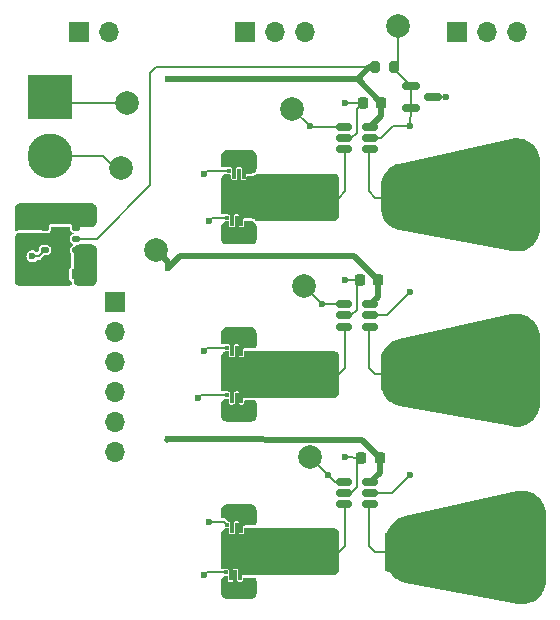
<source format=gbr>
%TF.GenerationSoftware,KiCad,Pcbnew,8.0.2*%
%TF.CreationDate,2024-06-01T20:14:58-04:00*%
%TF.ProjectId,small_compliant_drive,736d616c-6c5f-4636-9f6d-706c69616e74,rev?*%
%TF.SameCoordinates,Original*%
%TF.FileFunction,Copper,L1,Top*%
%TF.FilePolarity,Positive*%
%FSLAX46Y46*%
G04 Gerber Fmt 4.6, Leading zero omitted, Abs format (unit mm)*
G04 Created by KiCad (PCBNEW 8.0.2) date 2024-06-01 20:14:58*
%MOMM*%
%LPD*%
G01*
G04 APERTURE LIST*
G04 Aperture macros list*
%AMRoundRect*
0 Rectangle with rounded corners*
0 $1 Rounding radius*
0 $2 $3 $4 $5 $6 $7 $8 $9 X,Y pos of 4 corners*
0 Add a 4 corners polygon primitive as box body*
4,1,4,$2,$3,$4,$5,$6,$7,$8,$9,$2,$3,0*
0 Add four circle primitives for the rounded corners*
1,1,$1+$1,$2,$3*
1,1,$1+$1,$4,$5*
1,1,$1+$1,$6,$7*
1,1,$1+$1,$8,$9*
0 Add four rect primitives between the rounded corners*
20,1,$1+$1,$2,$3,$4,$5,0*
20,1,$1+$1,$4,$5,$6,$7,0*
20,1,$1+$1,$6,$7,$8,$9,0*
20,1,$1+$1,$8,$9,$2,$3,0*%
G04 Aperture macros list end*
%TA.AperFunction,ComponentPad*%
%ADD10R,3.800000X3.800000*%
%TD*%
%TA.AperFunction,ComponentPad*%
%ADD11C,3.800000*%
%TD*%
%TA.AperFunction,SMDPad,CuDef*%
%ADD12RoundRect,0.250000X-0.362500X-1.425000X0.362500X-1.425000X0.362500X1.425000X-0.362500X1.425000X0*%
%TD*%
%TA.AperFunction,SMDPad,CuDef*%
%ADD13RoundRect,0.225000X0.225000X0.250000X-0.225000X0.250000X-0.225000X-0.250000X0.225000X-0.250000X0*%
%TD*%
%TA.AperFunction,SMDPad,CuDef*%
%ADD14RoundRect,0.112500X-0.202500X-0.112500X0.202500X-0.112500X0.202500X0.112500X-0.202500X0.112500X0*%
%TD*%
%TA.AperFunction,SMDPad,CuDef*%
%ADD15R,0.800000X1.050000*%
%TD*%
%TA.AperFunction,SMDPad,CuDef*%
%ADD16RoundRect,0.150000X-0.587500X-0.150000X0.587500X-0.150000X0.587500X0.150000X-0.587500X0.150000X0*%
%TD*%
%TA.AperFunction,SMDPad,CuDef*%
%ADD17RoundRect,0.150000X-0.512500X-0.150000X0.512500X-0.150000X0.512500X0.150000X-0.512500X0.150000X0*%
%TD*%
%TA.AperFunction,SMDPad,CuDef*%
%ADD18C,2.000000*%
%TD*%
%TA.AperFunction,SMDPad,CuDef*%
%ADD19RoundRect,0.200000X0.200000X0.275000X-0.200000X0.275000X-0.200000X-0.275000X0.200000X-0.275000X0*%
%TD*%
%TA.AperFunction,SMDPad,CuDef*%
%ADD20RoundRect,0.067500X0.067500X0.387000X-0.067500X0.387000X-0.067500X-0.387000X0.067500X-0.387000X0*%
%TD*%
%TA.AperFunction,SMDPad,CuDef*%
%ADD21RoundRect,0.067500X0.067500X0.122500X-0.067500X0.122500X-0.067500X-0.122500X0.067500X-0.122500X0*%
%TD*%
%TA.AperFunction,ComponentPad*%
%ADD22C,6.000000*%
%TD*%
%TA.AperFunction,SMDPad,CuDef*%
%ADD23RoundRect,0.225000X-0.250000X0.225000X-0.250000X-0.225000X0.250000X-0.225000X0.250000X0.225000X0*%
%TD*%
%TA.AperFunction,ComponentPad*%
%ADD24O,1.700000X1.700000*%
%TD*%
%TA.AperFunction,ComponentPad*%
%ADD25R,1.700000X1.700000*%
%TD*%
%TA.AperFunction,ViaPad*%
%ADD26C,0.600000*%
%TD*%
%TA.AperFunction,Conductor*%
%ADD27C,0.200000*%
%TD*%
%TA.AperFunction,Conductor*%
%ADD28C,0.500000*%
%TD*%
G04 APERTURE END LIST*
D10*
%TO.P,J4-Vbat,1,Pin_1*%
%TO.N,Vbat*%
X155000000Y-46500000D03*
D11*
%TO.P,J4-Vbat,2,Pin_2*%
%TO.N,Common*%
X155000000Y-51500000D03*
%TD*%
D12*
%TO.P,R3,1*%
%TO.N,Net-(Q5-S1)*%
X178037500Y-85000000D03*
%TO.P,R3,2*%
%TO.N,VsensC*%
X183962500Y-85000000D03*
%TD*%
%TO.P,R2,1*%
%TO.N,Net-(Q3-S1)*%
X178037500Y-70000000D03*
%TO.P,R2,2*%
%TO.N,VsensB*%
X183962500Y-70000000D03*
%TD*%
%TO.P,R1,1*%
%TO.N,Net-(Q1-S1)*%
X178037500Y-55050000D03*
%TO.P,R1,2*%
%TO.N,VsensA*%
X183962500Y-55050000D03*
%TD*%
D13*
%TO.P,C5,2*%
%TO.N,Common*%
X181225000Y-62000000D03*
%TO.P,C5,1*%
%TO.N,3.3V*%
X182775000Y-62000000D03*
%TD*%
%TO.P,C4,1*%
%TO.N,3.3V*%
X182912500Y-77050000D03*
%TO.P,C4,2*%
%TO.N,Common*%
X181362500Y-77050000D03*
%TD*%
%TO.P,C3,2*%
%TO.N,Common*%
X181500000Y-47000000D03*
%TO.P,C3,1*%
%TO.N,3.3V*%
X183050000Y-47000000D03*
%TD*%
D14*
%TO.P,U5,1,IN*%
%TO.N,Vbat*%
X154560000Y-57575000D03*
%TO.P,U5,2,GND*%
%TO.N,Common*%
X154560000Y-58525000D03*
%TO.P,U5,3,EN*%
%TO.N,Vbat*%
X154560000Y-59475000D03*
%TO.P,U5,4,OUT*%
%TO.N,3.3V*%
X157240000Y-59475000D03*
%TO.P,U5,5,SNS*%
X157240000Y-58525000D03*
%TO.P,U5,6,IN*%
%TO.N,Vbat*%
X157240000Y-57575000D03*
D15*
%TO.P,U5,7,EP*%
%TO.N,Common*%
X155500000Y-58000000D03*
X155500000Y-59050000D03*
X156300000Y-58000000D03*
X156300000Y-59050000D03*
%TD*%
D16*
%TO.P,U4,1,K*%
%TO.N,Vref*%
X185562500Y-45550000D03*
%TO.P,U4,2,REF*%
X185562500Y-47450000D03*
%TO.P,U4,3,A*%
%TO.N,Common*%
X187437500Y-46500000D03*
%TD*%
D17*
%TO.P,U3,1*%
%TO.N,Ic*%
X179862500Y-79100000D03*
%TO.P,U3,2,GND*%
%TO.N,Common*%
X179862500Y-80050000D03*
%TO.P,U3,3,+*%
%TO.N,Net-(Q5-S1)*%
X179862500Y-81000000D03*
%TO.P,U3,4,-*%
%TO.N,VsensC*%
X182137500Y-81000000D03*
%TO.P,U3,5,REF*%
%TO.N,Vref*%
X182137500Y-80050000D03*
%TO.P,U3,6,V+*%
%TO.N,3.3V*%
X182137500Y-79100000D03*
%TD*%
%TO.P,U2,6,V+*%
%TO.N,3.3V*%
X182137500Y-64050000D03*
%TO.P,U2,5,REF*%
%TO.N,Vref*%
X182137500Y-65000000D03*
%TO.P,U2,4,-*%
%TO.N,VsensB*%
X182137500Y-65950000D03*
%TO.P,U2,3,+*%
%TO.N,Net-(Q3-S1)*%
X179862500Y-65950000D03*
%TO.P,U2,2,GND*%
%TO.N,Common*%
X179862500Y-65000000D03*
%TO.P,U2,1*%
%TO.N,Ib*%
X179862500Y-64050000D03*
%TD*%
%TO.P,U1,1*%
%TO.N,Ia*%
X179862500Y-49050000D03*
%TO.P,U1,2,GND*%
%TO.N,Common*%
X179862500Y-50000000D03*
%TO.P,U1,3,+*%
%TO.N,Net-(Q1-S1)*%
X179862500Y-50950000D03*
%TO.P,U1,4,-*%
%TO.N,VsensA*%
X182137500Y-50950000D03*
%TO.P,U1,5,REF*%
%TO.N,Vref*%
X182137500Y-50000000D03*
%TO.P,U1,6,V+*%
%TO.N,3.3V*%
X182137500Y-49050000D03*
%TD*%
D18*
%TO.P,TP10,1,1*%
%TO.N,Vref*%
X184500000Y-40500000D03*
%TD*%
%TO.P,TP9,1,1*%
%TO.N,Ic*%
X177000000Y-77000000D03*
%TD*%
%TO.P,TP8,1,1*%
%TO.N,Ib*%
X176500000Y-62500000D03*
%TD*%
%TO.P,TP7,1,1*%
%TO.N,Ia*%
X175500000Y-47500000D03*
%TD*%
%TO.P,TP3,1,1*%
%TO.N,3.3V*%
X164000000Y-59500000D03*
%TD*%
%TO.P,TP2,1,1*%
%TO.N,Common*%
X161000000Y-52500000D03*
%TD*%
%TO.P,TP1,1,1*%
%TO.N,Vbat*%
X161500000Y-47000000D03*
%TD*%
D19*
%TO.P,R4,1*%
%TO.N,Vref*%
X184150000Y-44000000D03*
%TO.P,R4,2*%
%TO.N,3.3V*%
X182500000Y-44000000D03*
%TD*%
D20*
%TO.P,Q6,5,D2*%
%TO.N,Net-(Q5-S1)*%
X171100000Y-87000000D03*
%TO.P,Q6,4,S1*%
%TO.N,Common*%
X170700000Y-87000000D03*
%TO.P,Q6,3,D1*%
%TO.N,Net-(Q5-S1)*%
X170300000Y-87000000D03*
D21*
%TO.P,Q6,2,Sub*%
%TO.N,Common*%
X169900000Y-87254000D03*
%TO.P,Q6,1,G*%
%TO.N,PHASE_C_LOW*%
X169900000Y-86746000D03*
%TD*%
%TO.P,Q5,1,G*%
%TO.N,PHASE_C_HIGH*%
X170000000Y-82746000D03*
%TO.P,Q5,2,Sub*%
%TO.N,Net-(Q5-S1)*%
X170000000Y-83254000D03*
D20*
%TO.P,Q5,3,D1*%
%TO.N,Vbat*%
X170400000Y-83000000D03*
%TO.P,Q5,4,S1*%
%TO.N,Net-(Q5-S1)*%
X170800000Y-83000000D03*
%TO.P,Q5,5,D2*%
%TO.N,Vbat*%
X171200000Y-83000000D03*
%TD*%
D21*
%TO.P,Q4,1,G*%
%TO.N,PHASE_B_LOW*%
X170000000Y-71746000D03*
%TO.P,Q4,2,Sub*%
%TO.N,Common*%
X170000000Y-72254000D03*
D20*
%TO.P,Q4,3,D1*%
%TO.N,Net-(Q3-S1)*%
X170400000Y-72000000D03*
%TO.P,Q4,4,S1*%
%TO.N,Common*%
X170800000Y-72000000D03*
%TO.P,Q4,5,D2*%
%TO.N,Net-(Q3-S1)*%
X171200000Y-72000000D03*
%TD*%
D21*
%TO.P,Q3,1,G*%
%TO.N,PHASE_B_HIGH*%
X170000000Y-67746000D03*
%TO.P,Q3,2,Sub*%
%TO.N,Net-(Q3-S1)*%
X170000000Y-68254000D03*
D20*
%TO.P,Q3,3,D1*%
%TO.N,Vbat*%
X170400000Y-68000000D03*
%TO.P,Q3,4,S1*%
%TO.N,Net-(Q3-S1)*%
X170800000Y-68000000D03*
%TO.P,Q3,5,D2*%
%TO.N,Vbat*%
X171200000Y-68000000D03*
%TD*%
D21*
%TO.P,Q2,1,G*%
%TO.N,PHASE_A_LOW*%
X170000000Y-56746000D03*
%TO.P,Q2,2,Sub*%
%TO.N,Common*%
X170000000Y-57254000D03*
D20*
%TO.P,Q2,3,D1*%
%TO.N,Net-(Q1-S1)*%
X170400000Y-57000000D03*
%TO.P,Q2,4,S1*%
%TO.N,Common*%
X170800000Y-57000000D03*
%TO.P,Q2,5,D2*%
%TO.N,Net-(Q1-S1)*%
X171200000Y-57000000D03*
%TD*%
%TO.P,Q1,5,D2*%
%TO.N,Vbat*%
X171400000Y-53000000D03*
%TO.P,Q1,4,S1*%
%TO.N,Net-(Q1-S1)*%
X171000000Y-53000000D03*
%TO.P,Q1,3,D1*%
%TO.N,Vbat*%
X170600000Y-53000000D03*
D21*
%TO.P,Q1,2,Sub*%
%TO.N,Net-(Q1-S1)*%
X170200000Y-53254000D03*
%TO.P,Q1,1,G*%
%TO.N,PHASE_A_HIGH*%
X170200000Y-52746000D03*
%TD*%
D22*
%TO.P,H3,1,1*%
%TO.N,VsensC*%
X192000000Y-85000000D03*
%TD*%
%TO.P,H2,1,1*%
%TO.N,VsensB*%
X192000000Y-70000000D03*
%TD*%
%TO.P,H1,1,1*%
%TO.N,VsensA*%
X192000000Y-55000000D03*
%TD*%
D13*
%TO.P,C2,2*%
%TO.N,Common*%
X155725000Y-61500000D03*
%TO.P,C2,1*%
%TO.N,3.3V*%
X157275000Y-61500000D03*
%TD*%
D23*
%TO.P,C1,1*%
%TO.N,Vbat*%
X153000000Y-57225000D03*
%TO.P,C1,2*%
%TO.N,Common*%
X153000000Y-58775000D03*
%TD*%
D24*
%TO.P,J1,3,Pin_3*%
%TO.N,Ic*%
X176555000Y-40975000D03*
%TO.P,J1,2,Pin_2*%
%TO.N,Ib*%
X174015000Y-40975000D03*
D25*
%TO.P,J1,1,Pin_1*%
%TO.N,Ia*%
X171475000Y-40975000D03*
%TD*%
D24*
%TO.P,J2,6,Pin_6*%
%TO.N,PHASE_C_LOW*%
X160500000Y-76580000D03*
%TO.P,J2,5,Pin_5*%
%TO.N,PHASE_C_HIGH*%
X160500000Y-74040000D03*
%TO.P,J2,4,Pin_4*%
%TO.N,PHASE_B_LOW*%
X160500000Y-71500000D03*
%TO.P,J2,3,Pin_3*%
%TO.N,PHASE_B_HIGH*%
X160500000Y-68960000D03*
%TO.P,J2,2,Pin_2*%
%TO.N,PHASE_A_LOW*%
X160500000Y-66420000D03*
D25*
%TO.P,J2,1,Pin_1*%
%TO.N,PHASE_A_HIGH*%
X160500000Y-63880000D03*
%TD*%
%TO.P,J3,1,Pin_1*%
%TO.N,VsensA*%
X189460000Y-41000000D03*
D24*
%TO.P,J3,2,Pin_2*%
%TO.N,VsensB*%
X192000000Y-41000000D03*
%TO.P,J3,3,Pin_3*%
%TO.N,VsensC*%
X194540000Y-41000000D03*
%TD*%
D25*
%TO.P,J5,1,Pin_1*%
%TO.N,Common*%
X157460000Y-41000000D03*
D24*
%TO.P,J5,2,Pin_2*%
X160000000Y-41000000D03*
%TD*%
D26*
%TO.N,3.3V*%
X165000000Y-75500000D03*
X158500000Y-60500000D03*
X158500000Y-59500000D03*
X165000000Y-45000000D03*
X165000000Y-61000000D03*
%TO.N,Vbat*%
X158000000Y-56000000D03*
X155500000Y-56000000D03*
X153500000Y-56000000D03*
%TO.N,Common*%
X156500000Y-59000000D03*
X155500000Y-59000000D03*
X155500000Y-58000000D03*
X156500000Y-58000000D03*
%TO.N,Vref*%
X185500000Y-63000000D03*
X185500000Y-78500000D03*
X185500000Y-49000000D03*
%TO.N,Common*%
X188500000Y-46500000D03*
%TO.N,Vbat*%
X153500000Y-60000000D03*
%TO.N,PHASE_C_LOW*%
X168000000Y-87000000D03*
%TO.N,PHASE_C_HIGH*%
X168500000Y-82500000D03*
%TO.N,PHASE_B_LOW*%
X167500000Y-72000000D03*
%TO.N,PHASE_B_HIGH*%
X168000000Y-68000000D03*
%TO.N,Common*%
X171000000Y-88500000D03*
X170000000Y-88500000D03*
X171500000Y-88000000D03*
X170500000Y-88000000D03*
X172000000Y-87500000D03*
X172000000Y-88500000D03*
%TO.N,Vbat*%
X170000000Y-81500000D03*
X171000000Y-81500000D03*
X171500000Y-82000000D03*
X170500000Y-82000000D03*
X172000000Y-81500000D03*
X172000000Y-82500000D03*
%TO.N,Common*%
X172000000Y-72500000D03*
X172000000Y-73500000D03*
X171000000Y-73500000D03*
X170000000Y-73500000D03*
X170500000Y-73000000D03*
X171500000Y-73000000D03*
%TO.N,Vbat*%
X172000000Y-67500000D03*
X170500000Y-67000000D03*
X171500000Y-67000000D03*
X172000000Y-66500000D03*
X171000000Y-66500000D03*
X170000000Y-66500000D03*
%TO.N,Common*%
X170500000Y-58000000D03*
X171500000Y-58000000D03*
%TO.N,Vbat*%
X172000000Y-52500000D03*
X171500000Y-52000000D03*
X170500000Y-52000000D03*
%TO.N,Common*%
X172000000Y-57500000D03*
X172000000Y-58500000D03*
X171000000Y-58500000D03*
X170000000Y-58500000D03*
%TO.N,PHASE_A_LOW*%
X168500000Y-57000000D03*
%TO.N,Vbat*%
X170000000Y-51500000D03*
%TO.N,PHASE_A_HIGH*%
X168000000Y-53000000D03*
%TO.N,Vbat*%
X172000000Y-51500000D03*
X171000000Y-51500000D03*
%TO.N,Common*%
X180000000Y-77000000D03*
X180000000Y-62000000D03*
X180000000Y-47000000D03*
%TO.N,Ic*%
X178500000Y-78500000D03*
%TO.N,Ia*%
X177000000Y-49000000D03*
%TO.N,Ib*%
X178000000Y-64000000D03*
%TD*%
D27*
%TO.N,Common*%
X160500000Y-52500000D02*
X159500000Y-51500000D01*
X161000000Y-52500000D02*
X160500000Y-52500000D01*
X159500000Y-51500000D02*
X155000000Y-51500000D01*
%TO.N,Vbat*%
X155500000Y-47000000D02*
X155000000Y-46500000D01*
X160500000Y-47000000D02*
X155500000Y-47000000D01*
D28*
%TO.N,3.3V*%
X165000000Y-75500000D02*
X164950000Y-75550000D01*
D27*
X163500000Y-44500000D02*
X164000000Y-44000000D01*
X158975000Y-58525000D02*
X163500000Y-54000000D01*
X163500000Y-54000000D02*
X163500000Y-44500000D01*
X164000000Y-44000000D02*
X182500000Y-44000000D01*
X157240000Y-58525000D02*
X158975000Y-58525000D01*
D28*
X165000000Y-60500000D02*
X164000000Y-59500000D01*
X165000000Y-61000000D02*
X165000000Y-60500000D01*
X180775000Y-60000000D02*
X166000000Y-60000000D01*
X166000000Y-60000000D02*
X165000000Y-61000000D01*
X182775000Y-62000000D02*
X180775000Y-60000000D01*
D27*
%TO.N,Vref*%
X184500000Y-43650000D02*
X184150000Y-44000000D01*
X184500000Y-40500000D02*
X184500000Y-43650000D01*
%TO.N,Common*%
X153250000Y-58525000D02*
X153000000Y-58775000D01*
%TO.N,Vref*%
X184150000Y-44137500D02*
X185562500Y-45550000D01*
X184150000Y-44000000D02*
X184150000Y-44137500D01*
D28*
%TO.N,3.3V*%
X182050000Y-44000000D02*
X182500000Y-44000000D01*
X181050000Y-45000000D02*
X182050000Y-44000000D01*
D27*
%TO.N,Common*%
X187437500Y-46500000D02*
X188500000Y-46500000D01*
%TO.N,Vref*%
X184012500Y-49000000D02*
X183012500Y-50000000D01*
X183012500Y-50000000D02*
X182137500Y-50000000D01*
X185500000Y-49000000D02*
X184012500Y-49000000D01*
X183950000Y-80050000D02*
X182137500Y-80050000D01*
X185500000Y-78500000D02*
X183950000Y-80050000D01*
X183500000Y-65000000D02*
X182137500Y-65000000D01*
X185500000Y-63000000D02*
X183500000Y-65000000D01*
X185500000Y-49000000D02*
X185562500Y-48937500D01*
X185562500Y-47450000D02*
X185500000Y-49000000D01*
X185562500Y-45550000D02*
X185562500Y-47450000D01*
%TO.N,Vbat*%
X154035000Y-60000000D02*
X154560000Y-59475000D01*
X153500000Y-60000000D02*
X154035000Y-60000000D01*
D28*
%TO.N,3.3V*%
X181050000Y-45000000D02*
X165000000Y-45000000D01*
X183050000Y-47000000D02*
X181050000Y-45000000D01*
X181412500Y-75550000D02*
X165000000Y-75500000D01*
X182912500Y-77050000D02*
X181412500Y-75550000D01*
D27*
%TO.N,PHASE_C_LOW*%
X168254000Y-86746000D02*
X168000000Y-87000000D01*
X169900000Y-86746000D02*
X168254000Y-86746000D01*
X168000000Y-87000000D02*
X168154000Y-87000000D01*
%TO.N,PHASE_C_HIGH*%
X169754000Y-82500000D02*
X168500000Y-82500000D01*
X170000000Y-82746000D02*
X169754000Y-82500000D01*
%TO.N,PHASE_B_LOW*%
X167754000Y-71746000D02*
X167500000Y-72000000D01*
X170000000Y-71746000D02*
X167754000Y-71746000D01*
%TO.N,PHASE_B_HIGH*%
X168254000Y-67746000D02*
X168000000Y-68000000D01*
X170000000Y-67746000D02*
X168254000Y-67746000D01*
%TO.N,PHASE_A_LOW*%
X168754000Y-56746000D02*
X168500000Y-57000000D01*
X170000000Y-56746000D02*
X168754000Y-56746000D01*
%TO.N,PHASE_A_HIGH*%
X168254000Y-52746000D02*
X168000000Y-53000000D01*
X170200000Y-52746000D02*
X168254000Y-52746000D01*
%TO.N,Common*%
X180000000Y-77000000D02*
X180050000Y-77050000D01*
X181362500Y-77050000D02*
X180000000Y-77000000D01*
X181225000Y-62000000D02*
X180000000Y-62000000D01*
X181500000Y-47000000D02*
X180000000Y-47000000D01*
%TO.N,Ic*%
X178500000Y-78500000D02*
X179100000Y-79100000D01*
%TO.N,Ia*%
X177000000Y-49000000D02*
X177050000Y-49050000D01*
%TO.N,Ib*%
X178000000Y-64000000D02*
X178050000Y-64050000D01*
X178050000Y-64050000D02*
X179862500Y-64050000D01*
X176500000Y-62500000D02*
X178000000Y-64000000D01*
%TO.N,Ic*%
X179100000Y-79100000D02*
X179862500Y-79100000D01*
X177000000Y-77000000D02*
X178500000Y-78500000D01*
D28*
%TO.N,3.3V*%
X182775000Y-63412500D02*
X182137500Y-64050000D01*
X182775000Y-62000000D02*
X182775000Y-63412500D01*
D27*
%TO.N,Common*%
X181000000Y-64524999D02*
X181000000Y-62225000D01*
X181000000Y-62225000D02*
X181225000Y-62000000D01*
X180524999Y-65000000D02*
X181000000Y-64524999D01*
X179862500Y-65000000D02*
X180524999Y-65000000D01*
D28*
%TO.N,3.3V*%
X183050000Y-47000000D02*
X183050000Y-48137500D01*
X183050000Y-48137500D02*
X182137500Y-49050000D01*
D27*
%TO.N,Common*%
X181000000Y-47500000D02*
X181500000Y-47000000D01*
X181000000Y-49524999D02*
X181000000Y-47500000D01*
X180524999Y-50000000D02*
X181000000Y-49524999D01*
X179862500Y-50000000D02*
X180524999Y-50000000D01*
%TO.N,Ia*%
X177050000Y-49050000D02*
X179862500Y-49050000D01*
X175500000Y-47500000D02*
X177000000Y-49000000D01*
%TO.N,Common*%
X181000000Y-79574999D02*
X181000000Y-77412500D01*
X180524999Y-80050000D02*
X181000000Y-79574999D01*
X179862500Y-80050000D02*
X180524999Y-80050000D01*
X181000000Y-77412500D02*
X181362500Y-77050000D01*
D28*
%TO.N,3.3V*%
X182912500Y-78325000D02*
X182912500Y-77050000D01*
X182137500Y-79100000D02*
X182912500Y-78325000D01*
D27*
%TO.N,VsensC*%
X182500000Y-85000000D02*
X183962500Y-85000000D01*
X182000000Y-81137500D02*
X182000000Y-84500000D01*
X182137500Y-81000000D02*
X182000000Y-81137500D01*
X182000000Y-84500000D02*
X182500000Y-85000000D01*
%TO.N,Net-(Q5-S1)*%
X179500000Y-85000000D02*
X178037500Y-85000000D01*
X180000000Y-84500000D02*
X179500000Y-85000000D01*
X180000000Y-81275000D02*
X180000000Y-84500000D01*
X179725000Y-81000000D02*
X180000000Y-81275000D01*
%TO.N,Net-(Q3-S1)*%
X179500000Y-70000000D02*
X178037500Y-70000000D01*
X180000000Y-66087500D02*
X180000000Y-69500000D01*
X180000000Y-69500000D02*
X179500000Y-70000000D01*
X179862500Y-65950000D02*
X180000000Y-66087500D01*
%TO.N,VsensB*%
X182500000Y-70000000D02*
X183962500Y-70000000D01*
X182000000Y-69500000D02*
X182500000Y-70000000D01*
X182000000Y-66087500D02*
X182000000Y-69500000D01*
X182137500Y-65950000D02*
X182000000Y-66087500D01*
%TO.N,VsensA*%
X182000000Y-54500000D02*
X182550000Y-55050000D01*
X182550000Y-55050000D02*
X183962500Y-55050000D01*
X182000000Y-51087500D02*
X182000000Y-54500000D01*
X182137500Y-50950000D02*
X182000000Y-51087500D01*
%TO.N,Net-(Q1-S1)*%
X179450000Y-55050000D02*
X178037500Y-55050000D01*
X180000000Y-54500000D02*
X179450000Y-55050000D01*
X180000000Y-51087500D02*
X180000000Y-54500000D01*
X179862500Y-50950000D02*
X180000000Y-51087500D01*
%TO.N,VsensA*%
X191500000Y-55000000D02*
X191450000Y-55050000D01*
X192000000Y-55000000D02*
X191500000Y-55000000D01*
%TO.N,VsensB*%
X192040000Y-70040000D02*
X192000000Y-70000000D01*
X191015000Y-69015000D02*
X192000000Y-70000000D01*
%TO.N,VsensA*%
X191950000Y-55050000D02*
X192000000Y-55000000D01*
%TD*%
%TA.AperFunction,Conductor*%
%TO.N,Net-(Q1-S1)*%
G36*
X171035271Y-53014352D02*
G01*
X171045893Y-53030249D01*
X171059990Y-53064283D01*
X171059992Y-53064286D01*
X171059994Y-53064291D01*
X171096620Y-53122581D01*
X171096621Y-53122582D01*
X171100507Y-53125339D01*
X171143854Y-53156096D01*
X171163808Y-53187850D01*
X171164500Y-53196058D01*
X171164500Y-53403540D01*
X171174248Y-53452551D01*
X171174249Y-53452552D01*
X171211378Y-53508121D01*
X171266947Y-53545250D01*
X171266950Y-53545252D01*
X171315955Y-53555000D01*
X171484044Y-53554999D01*
X171533050Y-53545252D01*
X171588621Y-53508121D01*
X171625752Y-53452550D01*
X171635500Y-53403545D01*
X171635500Y-53254500D01*
X171649852Y-53219852D01*
X171684500Y-53205500D01*
X171996781Y-53205500D01*
X171996787Y-53205500D01*
X172010220Y-53205060D01*
X172016616Y-53204641D01*
X172030007Y-53203323D01*
X172149840Y-53187546D01*
X172149848Y-53187544D01*
X172149851Y-53187544D01*
X172162661Y-53184995D01*
X172176207Y-53182301D01*
X172188563Y-53178990D01*
X172188569Y-53178988D01*
X172213994Y-53170357D01*
X172213998Y-53170355D01*
X172214014Y-53170350D01*
X172322680Y-53125339D01*
X172346789Y-53113449D01*
X172357867Y-53107053D01*
X172380217Y-53092119D01*
X172473536Y-53020512D01*
X172483060Y-53012160D01*
X172515368Y-53000000D01*
X178996787Y-53000000D01*
X179003182Y-53000418D01*
X179123017Y-53016195D01*
X179135368Y-53019505D01*
X179244040Y-53064518D01*
X179255116Y-53070913D01*
X179348435Y-53142520D01*
X179357479Y-53151564D01*
X179429086Y-53244883D01*
X179435482Y-53255961D01*
X179480493Y-53364627D01*
X179483804Y-53376983D01*
X179499581Y-53496817D01*
X179500000Y-53503213D01*
X179500000Y-56496786D01*
X179499581Y-56503182D01*
X179483804Y-56623016D01*
X179480493Y-56635372D01*
X179435482Y-56744038D01*
X179429086Y-56755116D01*
X179357479Y-56848435D01*
X179348435Y-56857479D01*
X179255116Y-56929086D01*
X179244038Y-56935482D01*
X179135372Y-56980493D01*
X179123016Y-56983804D01*
X179003183Y-56999581D01*
X178996787Y-57000000D01*
X172515369Y-57000000D01*
X172483061Y-56987840D01*
X172473545Y-56979495D01*
X172473536Y-56979487D01*
X172473529Y-56979482D01*
X172473514Y-56979469D01*
X172380216Y-56907879D01*
X172357878Y-56892952D01*
X172357862Y-56892943D01*
X172346805Y-56886558D01*
X172322675Y-56874657D01*
X172214023Y-56829652D01*
X172213989Y-56829639D01*
X172188586Y-56821016D01*
X172188567Y-56821010D01*
X172188566Y-56821009D01*
X172188564Y-56821009D01*
X172176213Y-56817699D01*
X172176201Y-56817696D01*
X172176178Y-56817691D01*
X172149852Y-56812454D01*
X172030005Y-56796675D01*
X172017476Y-56795443D01*
X172016586Y-56795356D01*
X172016584Y-56795355D01*
X172016565Y-56795354D01*
X172010207Y-56794938D01*
X171998903Y-56794569D01*
X171996787Y-56794500D01*
X171484499Y-56794500D01*
X171448664Y-56801628D01*
X171405858Y-56810142D01*
X171405848Y-56810145D01*
X171371215Y-56824491D01*
X171371210Y-56824493D01*
X171312921Y-56861118D01*
X171259996Y-56935704D01*
X171245891Y-56969754D01*
X171219371Y-56996271D01*
X171200622Y-57000000D01*
X171199377Y-57000000D01*
X171164729Y-56985648D01*
X171154107Y-56969752D01*
X171140006Y-56935710D01*
X171133455Y-56925284D01*
X171103380Y-56877419D01*
X171056142Y-56843901D01*
X171036191Y-56812147D01*
X171035499Y-56803940D01*
X171035499Y-56596458D01*
X171035499Y-56596456D01*
X171025752Y-56547450D01*
X170997749Y-56505540D01*
X170988621Y-56491878D01*
X170933049Y-56454747D01*
X170884046Y-56445000D01*
X170715959Y-56445000D01*
X170666948Y-56454748D01*
X170666947Y-56454749D01*
X170611378Y-56491878D01*
X170574247Y-56547450D01*
X170564500Y-56596451D01*
X170564500Y-56801628D01*
X170550148Y-56836276D01*
X170541570Y-56843117D01*
X170512921Y-56861118D01*
X170459996Y-56935704D01*
X170445891Y-56969754D01*
X170419371Y-56996271D01*
X170400622Y-57000000D01*
X170384785Y-57000000D01*
X170350137Y-56985648D01*
X170339007Y-56968475D01*
X170334426Y-56956473D01*
X170313590Y-56925290D01*
X170313588Y-56925288D01*
X170313585Y-56925284D01*
X170293029Y-56903541D01*
X170279654Y-56868504D01*
X170281304Y-56857199D01*
X170300500Y-56785562D01*
X170300500Y-56706438D01*
X170300500Y-56706436D01*
X170291843Y-56674134D01*
X170280021Y-56630011D01*
X170280020Y-56630009D01*
X170280020Y-56630008D01*
X170240459Y-56561488D01*
X170206673Y-56527702D01*
X170200583Y-56520282D01*
X170188621Y-56502379D01*
X170188618Y-56502377D01*
X170188616Y-56502374D01*
X170133049Y-56465247D01*
X170084048Y-56455500D01*
X170084045Y-56455500D01*
X170083332Y-56455500D01*
X170070649Y-56453830D01*
X170039564Y-56445500D01*
X170039562Y-56445500D01*
X169549000Y-56445500D01*
X169514352Y-56431148D01*
X169500000Y-56396500D01*
X169500000Y-53503213D01*
X169500419Y-53496817D01*
X169516195Y-53376980D01*
X169519504Y-53364633D01*
X169564520Y-53255955D01*
X169570913Y-53244883D01*
X169642522Y-53151561D01*
X169651561Y-53142522D01*
X169744885Y-53070911D01*
X169755959Y-53064518D01*
X169790455Y-53050230D01*
X169809206Y-53046500D01*
X170222445Y-53046500D01*
X170257093Y-53060852D01*
X170263933Y-53069429D01*
X170279564Y-53094306D01*
X170291598Y-53113458D01*
X170297331Y-53122581D01*
X170343856Y-53155593D01*
X170363808Y-53187346D01*
X170364500Y-53195554D01*
X170364500Y-53403540D01*
X170374248Y-53452551D01*
X170374249Y-53452552D01*
X170411378Y-53508121D01*
X170466947Y-53545250D01*
X170466950Y-53545252D01*
X170515955Y-53555000D01*
X170684044Y-53554999D01*
X170733050Y-53545252D01*
X170788621Y-53508121D01*
X170825752Y-53452550D01*
X170835500Y-53403545D01*
X170835499Y-53198370D01*
X170849851Y-53163723D01*
X170858427Y-53156883D01*
X170887084Y-53138877D01*
X170940007Y-53064288D01*
X170954106Y-53030248D01*
X170980624Y-53003730D01*
X170999376Y-53000000D01*
X171000623Y-53000000D01*
X171035271Y-53014352D01*
G37*
%TD.AperFunction*%
%TD*%
%TA.AperFunction,Conductor*%
%TO.N,VsensA*%
G36*
X194616551Y-49996860D02*
G01*
X194882777Y-50030437D01*
X194889387Y-50031737D01*
X195148494Y-50101529D01*
X195154856Y-50103722D01*
X195401921Y-50208402D01*
X195407931Y-50211451D01*
X195638303Y-50349046D01*
X195643838Y-50352892D01*
X195853154Y-50520798D01*
X195858104Y-50525364D01*
X196042388Y-50720393D01*
X196046669Y-50725598D01*
X196202457Y-50944078D01*
X196205983Y-50949822D01*
X196330312Y-51187603D01*
X196333017Y-51193775D01*
X196423546Y-51446374D01*
X196425378Y-51452860D01*
X196480389Y-51715490D01*
X196481314Y-51722166D01*
X196499884Y-51991549D01*
X196500000Y-51994919D01*
X196500000Y-57593836D01*
X196499869Y-57597414D01*
X196478937Y-57883324D01*
X196477895Y-57890403D01*
X196415937Y-58168468D01*
X196413875Y-58175320D01*
X196312080Y-58441398D01*
X196309042Y-58447876D01*
X196169582Y-58696287D01*
X196165633Y-58702254D01*
X195991480Y-58927710D01*
X195986704Y-58933038D01*
X195781575Y-59130724D01*
X195776074Y-59135300D01*
X195544340Y-59301004D01*
X195538231Y-59304730D01*
X195284839Y-59434915D01*
X195278253Y-59437712D01*
X195008592Y-59529610D01*
X195001669Y-59531417D01*
X194721508Y-59583060D01*
X194714395Y-59583840D01*
X194429700Y-59594130D01*
X194422549Y-59593866D01*
X194137597Y-59562385D01*
X194134056Y-59561862D01*
X185089277Y-57886903D01*
X184637482Y-57803237D01*
X184634167Y-57802503D01*
X184370601Y-57734502D01*
X184364155Y-57732353D01*
X184114088Y-57629192D01*
X184108003Y-57626172D01*
X183874617Y-57489418D01*
X183869007Y-57485585D01*
X183837493Y-57460679D01*
X183656775Y-57317857D01*
X183651759Y-57313293D01*
X183464760Y-57117814D01*
X183460418Y-57112593D01*
X183302266Y-56893138D01*
X183298686Y-56887364D01*
X183172413Y-56648149D01*
X183169665Y-56641935D01*
X183077687Y-56387533D01*
X183075831Y-56381015D01*
X183019927Y-56116332D01*
X183018990Y-56109631D01*
X183000118Y-55838063D01*
X183000000Y-55834666D01*
X183000000Y-54105998D01*
X183000112Y-54102688D01*
X183018031Y-53838044D01*
X183018920Y-53831504D01*
X183072018Y-53573303D01*
X183073786Y-53566927D01*
X183161202Y-53318251D01*
X183163803Y-53312194D01*
X183283953Y-53077550D01*
X183287349Y-53071896D01*
X183438026Y-52855600D01*
X183442152Y-52850456D01*
X183620611Y-52656446D01*
X183625400Y-52651899D01*
X183828382Y-52483716D01*
X183833737Y-52479858D01*
X184057533Y-52340576D01*
X184063362Y-52337473D01*
X184303904Y-52229624D01*
X184310086Y-52227341D01*
X184564554Y-52152435D01*
X184567757Y-52151608D01*
X194064507Y-50041220D01*
X194067786Y-50040609D01*
X194334816Y-50000294D01*
X194341511Y-49999750D01*
X194609828Y-49996480D01*
X194616551Y-49996860D01*
G37*
%TD.AperFunction*%
%TD*%
%TA.AperFunction,Conductor*%
%TO.N,Vbat*%
G36*
X172003182Y-51000418D02*
G01*
X172123017Y-51016195D01*
X172135368Y-51019505D01*
X172244040Y-51064518D01*
X172255116Y-51070913D01*
X172348435Y-51142520D01*
X172357479Y-51151564D01*
X172429086Y-51244883D01*
X172435482Y-51255961D01*
X172480493Y-51364627D01*
X172483804Y-51376983D01*
X172499581Y-51496817D01*
X172500000Y-51503213D01*
X172500000Y-52496786D01*
X172499581Y-52503182D01*
X172483804Y-52623016D01*
X172480493Y-52635372D01*
X172435482Y-52744038D01*
X172429086Y-52755116D01*
X172357479Y-52848435D01*
X172348435Y-52857479D01*
X172255116Y-52929086D01*
X172244038Y-52935482D01*
X172135372Y-52980493D01*
X172123016Y-52983804D01*
X172003183Y-52999581D01*
X171996787Y-53000000D01*
X171284499Y-53000000D01*
X171249851Y-52985648D01*
X171235499Y-52951000D01*
X171235499Y-52596458D01*
X171235499Y-52596456D01*
X171225752Y-52547450D01*
X171197749Y-52505540D01*
X171188621Y-52491878D01*
X171133049Y-52454747D01*
X171084046Y-52445000D01*
X170915959Y-52445000D01*
X170866948Y-52454748D01*
X170866947Y-52454749D01*
X170811378Y-52491878D01*
X170774247Y-52547450D01*
X170764500Y-52596451D01*
X170764500Y-52596454D01*
X170764500Y-52596455D01*
X170764500Y-52951001D01*
X170750149Y-52985648D01*
X170715501Y-53000000D01*
X170485210Y-53000000D01*
X170450562Y-52985648D01*
X170436210Y-52951000D01*
X170442774Y-52926502D01*
X170480021Y-52861989D01*
X170500500Y-52785562D01*
X170500500Y-52706438D01*
X170500500Y-52706436D01*
X170491843Y-52674134D01*
X170480021Y-52630011D01*
X170480020Y-52630009D01*
X170480020Y-52630008D01*
X170440459Y-52561488D01*
X170406673Y-52527702D01*
X170400583Y-52520282D01*
X170388621Y-52502379D01*
X170388618Y-52502377D01*
X170388616Y-52502374D01*
X170333049Y-52465247D01*
X170284048Y-52455500D01*
X170284045Y-52455500D01*
X170283332Y-52455500D01*
X170270649Y-52453830D01*
X170239564Y-52445500D01*
X170239562Y-52445500D01*
X169549000Y-52445500D01*
X169514352Y-52431148D01*
X169500000Y-52396500D01*
X169500000Y-51503213D01*
X169500419Y-51496817D01*
X169516195Y-51376983D01*
X169519504Y-51364633D01*
X169564520Y-51255955D01*
X169570913Y-51244883D01*
X169642522Y-51151561D01*
X169651561Y-51142522D01*
X169744885Y-51070911D01*
X169755955Y-51064520D01*
X169864633Y-51019504D01*
X169876980Y-51016195D01*
X169996817Y-51000418D01*
X170003213Y-51000000D01*
X171996787Y-51000000D01*
X172003182Y-51000418D01*
G37*
%TD.AperFunction*%
%TD*%
%TA.AperFunction,Conductor*%
%TO.N,Common*%
G36*
X170950149Y-57014352D02*
G01*
X170964500Y-57048998D01*
X170964501Y-57403544D01*
X170964502Y-57403548D01*
X170974248Y-57452551D01*
X170974249Y-57452552D01*
X171011378Y-57508121D01*
X171066947Y-57545250D01*
X171066950Y-57545252D01*
X171115955Y-57555000D01*
X171284044Y-57554999D01*
X171333050Y-57545252D01*
X171388621Y-57508121D01*
X171425752Y-57452550D01*
X171435500Y-57403545D01*
X171435499Y-57048998D01*
X171449851Y-57014352D01*
X171484499Y-57000000D01*
X171996787Y-57000000D01*
X172003182Y-57000418D01*
X172123017Y-57016195D01*
X172135368Y-57019505D01*
X172244040Y-57064518D01*
X172255116Y-57070913D01*
X172348435Y-57142520D01*
X172357479Y-57151564D01*
X172429086Y-57244883D01*
X172435482Y-57255961D01*
X172480493Y-57364627D01*
X172483804Y-57376983D01*
X172499581Y-57496817D01*
X172500000Y-57503213D01*
X172500000Y-58496786D01*
X172499581Y-58503182D01*
X172483804Y-58623016D01*
X172480493Y-58635372D01*
X172435482Y-58744038D01*
X172429086Y-58755116D01*
X172357479Y-58848435D01*
X172348435Y-58857479D01*
X172255116Y-58929086D01*
X172244038Y-58935482D01*
X172135372Y-58980493D01*
X172123016Y-58983804D01*
X172003183Y-58999581D01*
X171996787Y-59000000D01*
X170003213Y-59000000D01*
X169996817Y-58999581D01*
X169876983Y-58983804D01*
X169864627Y-58980493D01*
X169755961Y-58935482D01*
X169744883Y-58929086D01*
X169651564Y-58857479D01*
X169642520Y-58848435D01*
X169570913Y-58755116D01*
X169564517Y-58744038D01*
X169519505Y-58635368D01*
X169516195Y-58623016D01*
X169500419Y-58503182D01*
X169500000Y-58496786D01*
X169500000Y-57503213D01*
X169500419Y-57496817D01*
X169516195Y-57376980D01*
X169519504Y-57364633D01*
X169564520Y-57255955D01*
X169570913Y-57244883D01*
X169642522Y-57151561D01*
X169651561Y-57142522D01*
X169744885Y-57070911D01*
X169755959Y-57064518D01*
X169790455Y-57050230D01*
X169809206Y-57046500D01*
X170039564Y-57046500D01*
X170070653Y-57038169D01*
X170083336Y-57036499D01*
X170084041Y-57036499D01*
X170084044Y-57036499D01*
X170105943Y-57032143D01*
X170142723Y-57039460D01*
X170163559Y-57070643D01*
X170164500Y-57080202D01*
X170164500Y-57403540D01*
X170174248Y-57452551D01*
X170174249Y-57452552D01*
X170211378Y-57508121D01*
X170266947Y-57545250D01*
X170266950Y-57545252D01*
X170315955Y-57555000D01*
X170484044Y-57554999D01*
X170533050Y-57545252D01*
X170588621Y-57508121D01*
X170625752Y-57452550D01*
X170635500Y-57403545D01*
X170635499Y-57048998D01*
X170649851Y-57014352D01*
X170684499Y-57000000D01*
X170915501Y-57000000D01*
X170950149Y-57014352D01*
G37*
%TD.AperFunction*%
%TD*%
%TA.AperFunction,Conductor*%
%TO.N,Vbat*%
G36*
X172003182Y-66000418D02*
G01*
X172123017Y-66016195D01*
X172135368Y-66019505D01*
X172244040Y-66064518D01*
X172255116Y-66070913D01*
X172348435Y-66142520D01*
X172357479Y-66151564D01*
X172429086Y-66244883D01*
X172435482Y-66255961D01*
X172480493Y-66364627D01*
X172483804Y-66376983D01*
X172499581Y-66496817D01*
X172500000Y-66503213D01*
X172500000Y-67496786D01*
X172499581Y-67503182D01*
X172483804Y-67623016D01*
X172480493Y-67635371D01*
X172435481Y-67744040D01*
X172429086Y-67755116D01*
X172413576Y-67775329D01*
X172381099Y-67794081D01*
X172374703Y-67794500D01*
X172078944Y-67794500D01*
X172068870Y-67794859D01*
X172065787Y-67794969D01*
X172064042Y-67795000D01*
X171935958Y-67795000D01*
X171934213Y-67794969D01*
X171931129Y-67794859D01*
X171921056Y-67794500D01*
X171484499Y-67794500D01*
X171448664Y-67801628D01*
X171405858Y-67810142D01*
X171405848Y-67810145D01*
X171371215Y-67824491D01*
X171371210Y-67824493D01*
X171312921Y-67861118D01*
X171259996Y-67935704D01*
X171245891Y-67969754D01*
X171219371Y-67996271D01*
X171200622Y-68000000D01*
X171199377Y-68000000D01*
X171164729Y-67985648D01*
X171154107Y-67969752D01*
X171140006Y-67935710D01*
X171133455Y-67925284D01*
X171103380Y-67877419D01*
X171056142Y-67843901D01*
X171036191Y-67812147D01*
X171035499Y-67803940D01*
X171035499Y-67596458D01*
X171035499Y-67596456D01*
X171025752Y-67547450D01*
X170997749Y-67505540D01*
X170988621Y-67491878D01*
X170933049Y-67454747D01*
X170884046Y-67445000D01*
X170715959Y-67445000D01*
X170666948Y-67454748D01*
X170666947Y-67454749D01*
X170611378Y-67491878D01*
X170574247Y-67547450D01*
X170564500Y-67596451D01*
X170564500Y-67801628D01*
X170550148Y-67836276D01*
X170541570Y-67843117D01*
X170512921Y-67861118D01*
X170459996Y-67935704D01*
X170445891Y-67969754D01*
X170419371Y-67996271D01*
X170400622Y-68000000D01*
X170384785Y-68000000D01*
X170350137Y-67985648D01*
X170339007Y-67968475D01*
X170334426Y-67956473D01*
X170313590Y-67925290D01*
X170313588Y-67925288D01*
X170313585Y-67925284D01*
X170293029Y-67903541D01*
X170279654Y-67868504D01*
X170281304Y-67857199D01*
X170297971Y-67795000D01*
X170300500Y-67785563D01*
X170300500Y-67706436D01*
X170281457Y-67635371D01*
X170280021Y-67630011D01*
X170280020Y-67630009D01*
X170280020Y-67630008D01*
X170240459Y-67561488D01*
X170206673Y-67527702D01*
X170200583Y-67520282D01*
X170188621Y-67502379D01*
X170188618Y-67502377D01*
X170188616Y-67502374D01*
X170133049Y-67465247D01*
X170084048Y-67455500D01*
X170084045Y-67455500D01*
X170083332Y-67455500D01*
X170070649Y-67453830D01*
X170039564Y-67445500D01*
X170039562Y-67445500D01*
X169549000Y-67445500D01*
X169514352Y-67431148D01*
X169500000Y-67396500D01*
X169500000Y-66503213D01*
X169500419Y-66496817D01*
X169516195Y-66376983D01*
X169519504Y-66364633D01*
X169564520Y-66255955D01*
X169570913Y-66244883D01*
X169642522Y-66151561D01*
X169651561Y-66142522D01*
X169744885Y-66070911D01*
X169755955Y-66064520D01*
X169864633Y-66019504D01*
X169876980Y-66016195D01*
X169996817Y-66000418D01*
X170003213Y-66000000D01*
X171996787Y-66000000D01*
X172003182Y-66000418D01*
G37*
%TD.AperFunction*%
%TD*%
%TA.AperFunction,Conductor*%
%TO.N,Net-(Q3-S1)*%
G36*
X170950149Y-68014352D02*
G01*
X170964500Y-68048998D01*
X170964501Y-68403544D01*
X170964502Y-68403548D01*
X170974248Y-68452551D01*
X170974249Y-68452552D01*
X171011378Y-68508121D01*
X171066947Y-68545250D01*
X171066950Y-68545252D01*
X171115955Y-68555000D01*
X171284044Y-68554999D01*
X171333050Y-68545252D01*
X171388621Y-68508121D01*
X171425752Y-68452550D01*
X171435500Y-68403545D01*
X171435499Y-68048998D01*
X171449851Y-68014352D01*
X171484499Y-68000000D01*
X171921056Y-68000000D01*
X171928027Y-68000498D01*
X171928037Y-68000499D01*
X171928039Y-68000500D01*
X171928041Y-68000500D01*
X172071959Y-68000500D01*
X172071961Y-68000500D01*
X172071962Y-68000499D01*
X172071973Y-68000498D01*
X172078944Y-68000000D01*
X178996787Y-68000000D01*
X179003182Y-68000418D01*
X179123017Y-68016195D01*
X179135368Y-68019505D01*
X179244040Y-68064518D01*
X179255116Y-68070913D01*
X179348435Y-68142520D01*
X179357479Y-68151564D01*
X179429086Y-68244883D01*
X179435482Y-68255961D01*
X179480493Y-68364627D01*
X179483804Y-68376983D01*
X179499581Y-68496817D01*
X179500000Y-68503213D01*
X179500000Y-71496786D01*
X179499581Y-71503182D01*
X179483804Y-71623016D01*
X179480493Y-71635372D01*
X179435482Y-71744038D01*
X179429086Y-71755116D01*
X179357479Y-71848435D01*
X179348435Y-71857479D01*
X179255116Y-71929086D01*
X179244038Y-71935482D01*
X179135372Y-71980493D01*
X179123016Y-71983804D01*
X179003183Y-71999581D01*
X178996787Y-72000000D01*
X172078944Y-72000000D01*
X172071973Y-71999502D01*
X172071962Y-71999500D01*
X172071961Y-71999500D01*
X171928039Y-71999500D01*
X171928037Y-71999500D01*
X171928027Y-71999502D01*
X171921056Y-72000000D01*
X171084499Y-72000000D01*
X171049851Y-71985648D01*
X171035499Y-71951000D01*
X171035499Y-71596458D01*
X171035499Y-71596456D01*
X171025752Y-71547450D01*
X170997749Y-71505540D01*
X170988621Y-71491878D01*
X170933049Y-71454747D01*
X170884046Y-71445000D01*
X170715959Y-71445000D01*
X170666948Y-71454748D01*
X170666947Y-71454749D01*
X170611378Y-71491878D01*
X170574247Y-71547450D01*
X170564500Y-71596451D01*
X170564500Y-71596454D01*
X170564500Y-71596455D01*
X170564500Y-71951001D01*
X170550149Y-71985648D01*
X170515501Y-72000000D01*
X170285210Y-72000000D01*
X170250562Y-71985648D01*
X170236210Y-71951000D01*
X170242774Y-71926502D01*
X170280021Y-71861989D01*
X170300500Y-71785562D01*
X170300500Y-71706438D01*
X170300500Y-71706436D01*
X170291843Y-71674134D01*
X170280021Y-71630011D01*
X170280020Y-71630009D01*
X170280020Y-71630008D01*
X170240459Y-71561488D01*
X170206673Y-71527702D01*
X170200583Y-71520282D01*
X170188621Y-71502379D01*
X170188618Y-71502377D01*
X170188616Y-71502374D01*
X170133049Y-71465247D01*
X170084048Y-71455500D01*
X170084045Y-71455500D01*
X170083332Y-71455500D01*
X170070649Y-71453830D01*
X170039564Y-71445500D01*
X170039562Y-71445500D01*
X169549000Y-71445500D01*
X169514352Y-71431148D01*
X169500000Y-71396500D01*
X169500000Y-68503213D01*
X169500419Y-68496817D01*
X169516195Y-68376980D01*
X169519504Y-68364633D01*
X169564520Y-68255955D01*
X169570913Y-68244883D01*
X169642522Y-68151561D01*
X169651561Y-68142522D01*
X169744885Y-68070911D01*
X169755959Y-68064518D01*
X169790455Y-68050230D01*
X169809206Y-68046500D01*
X170039564Y-68046500D01*
X170070653Y-68038169D01*
X170083336Y-68036499D01*
X170084041Y-68036499D01*
X170084044Y-68036499D01*
X170105943Y-68032143D01*
X170142723Y-68039460D01*
X170163559Y-68070643D01*
X170164500Y-68080202D01*
X170164500Y-68403540D01*
X170174248Y-68452551D01*
X170174249Y-68452552D01*
X170211378Y-68508121D01*
X170266947Y-68545250D01*
X170266950Y-68545252D01*
X170315955Y-68555000D01*
X170484044Y-68554999D01*
X170533050Y-68545252D01*
X170588621Y-68508121D01*
X170625752Y-68452550D01*
X170635500Y-68403545D01*
X170635499Y-68048998D01*
X170649851Y-68014352D01*
X170684499Y-68000000D01*
X170915501Y-68000000D01*
X170950149Y-68014352D01*
G37*
%TD.AperFunction*%
%TD*%
%TA.AperFunction,Conductor*%
%TO.N,Common*%
G36*
X170835271Y-72014352D02*
G01*
X170845893Y-72030249D01*
X170859990Y-72064283D01*
X170859992Y-72064286D01*
X170859994Y-72064291D01*
X170896620Y-72122581D01*
X170943854Y-72156096D01*
X170963808Y-72187850D01*
X170964500Y-72196058D01*
X170964500Y-72403540D01*
X170974248Y-72452551D01*
X170974249Y-72452552D01*
X171011378Y-72508121D01*
X171066947Y-72545250D01*
X171066950Y-72545252D01*
X171115955Y-72555000D01*
X171284044Y-72554999D01*
X171333050Y-72545252D01*
X171388621Y-72508121D01*
X171425752Y-72452550D01*
X171435500Y-72403545D01*
X171435500Y-72254500D01*
X171449852Y-72219852D01*
X171484500Y-72205500D01*
X171921054Y-72205500D01*
X171921056Y-72205500D01*
X171933399Y-72205060D01*
X171934213Y-72205031D01*
X171935958Y-72205000D01*
X172064042Y-72205000D01*
X172065787Y-72205031D01*
X172066601Y-72205060D01*
X172078944Y-72205500D01*
X172078946Y-72205500D01*
X172374703Y-72205500D01*
X172409351Y-72219852D01*
X172413571Y-72224664D01*
X172429087Y-72244883D01*
X172435481Y-72255959D01*
X172480493Y-72364628D01*
X172483804Y-72376983D01*
X172499581Y-72496817D01*
X172500000Y-72503213D01*
X172500000Y-73496786D01*
X172499581Y-73503182D01*
X172483804Y-73623016D01*
X172480493Y-73635372D01*
X172435482Y-73744038D01*
X172429086Y-73755116D01*
X172357479Y-73848435D01*
X172348435Y-73857479D01*
X172255116Y-73929086D01*
X172244038Y-73935482D01*
X172135372Y-73980493D01*
X172123016Y-73983804D01*
X172003183Y-73999581D01*
X171996787Y-74000000D01*
X170003213Y-74000000D01*
X169996817Y-73999581D01*
X169876983Y-73983804D01*
X169864627Y-73980493D01*
X169755961Y-73935482D01*
X169744883Y-73929086D01*
X169651564Y-73857479D01*
X169642520Y-73848435D01*
X169570913Y-73755116D01*
X169564517Y-73744038D01*
X169519505Y-73635368D01*
X169516195Y-73623016D01*
X169500419Y-73503182D01*
X169500000Y-73496786D01*
X169500000Y-72503213D01*
X169500419Y-72496817D01*
X169516195Y-72376980D01*
X169519504Y-72364633D01*
X169564520Y-72255955D01*
X169570913Y-72244883D01*
X169642522Y-72151561D01*
X169651561Y-72142522D01*
X169744885Y-72070911D01*
X169755959Y-72064518D01*
X169790455Y-72050230D01*
X169809206Y-72046500D01*
X170022445Y-72046500D01*
X170057093Y-72060852D01*
X170063933Y-72069429D01*
X170097331Y-72122581D01*
X170143856Y-72155593D01*
X170163808Y-72187346D01*
X170164500Y-72195554D01*
X170164500Y-72403540D01*
X170174248Y-72452551D01*
X170174249Y-72452552D01*
X170211378Y-72508121D01*
X170266947Y-72545250D01*
X170266950Y-72545252D01*
X170315955Y-72555000D01*
X170484044Y-72554999D01*
X170533050Y-72545252D01*
X170588621Y-72508121D01*
X170625752Y-72452550D01*
X170635500Y-72403545D01*
X170635499Y-72198370D01*
X170649851Y-72163723D01*
X170658427Y-72156883D01*
X170687084Y-72138877D01*
X170740007Y-72064288D01*
X170754106Y-72030248D01*
X170780624Y-72003730D01*
X170799376Y-72000000D01*
X170800623Y-72000000D01*
X170835271Y-72014352D01*
G37*
%TD.AperFunction*%
%TD*%
%TA.AperFunction,Conductor*%
%TO.N,VsensB*%
G36*
X194607267Y-64846993D02*
G01*
X194873493Y-64880570D01*
X194880103Y-64881870D01*
X195139210Y-64951662D01*
X195145572Y-64953855D01*
X195392637Y-65058535D01*
X195398647Y-65061584D01*
X195629019Y-65199179D01*
X195634554Y-65203025D01*
X195843870Y-65370931D01*
X195848820Y-65375497D01*
X196033104Y-65570526D01*
X196037385Y-65575731D01*
X196193173Y-65794211D01*
X196196699Y-65799955D01*
X196321028Y-66037736D01*
X196323733Y-66043908D01*
X196414262Y-66296507D01*
X196416094Y-66302993D01*
X196471105Y-66565623D01*
X196472030Y-66572299D01*
X196490600Y-66841682D01*
X196490716Y-66845052D01*
X196490716Y-72443969D01*
X196490585Y-72447547D01*
X196469653Y-72733457D01*
X196468611Y-72740536D01*
X196406653Y-73018601D01*
X196404591Y-73025453D01*
X196302796Y-73291531D01*
X196299758Y-73298009D01*
X196160298Y-73546420D01*
X196156349Y-73552387D01*
X195982196Y-73777843D01*
X195977420Y-73783171D01*
X195772291Y-73980857D01*
X195766790Y-73985433D01*
X195535056Y-74151137D01*
X195528947Y-74154863D01*
X195275555Y-74285048D01*
X195268969Y-74287845D01*
X194999308Y-74379743D01*
X194992385Y-74381550D01*
X194712224Y-74433193D01*
X194705111Y-74433973D01*
X194420416Y-74444263D01*
X194413265Y-74443999D01*
X194128313Y-74412518D01*
X194124772Y-74411995D01*
X185079993Y-72737036D01*
X184628198Y-72653370D01*
X184624883Y-72652636D01*
X184361317Y-72584635D01*
X184354871Y-72582486D01*
X184104804Y-72479325D01*
X184098719Y-72476305D01*
X183865333Y-72339551D01*
X183859723Y-72335718D01*
X183828209Y-72310812D01*
X183647491Y-72167990D01*
X183642475Y-72163426D01*
X183455476Y-71967947D01*
X183451134Y-71962726D01*
X183292982Y-71743271D01*
X183289402Y-71737497D01*
X183163129Y-71498282D01*
X183160381Y-71492068D01*
X183068403Y-71237666D01*
X183066547Y-71231148D01*
X183010643Y-70966465D01*
X183009706Y-70959764D01*
X182990834Y-70688196D01*
X182990716Y-70684799D01*
X182990716Y-68956131D01*
X182990828Y-68952821D01*
X183008747Y-68688177D01*
X183009636Y-68681637D01*
X183062734Y-68423436D01*
X183064502Y-68417060D01*
X183151918Y-68168384D01*
X183154519Y-68162327D01*
X183274669Y-67927683D01*
X183278065Y-67922029D01*
X183428742Y-67705733D01*
X183432868Y-67700589D01*
X183611327Y-67506579D01*
X183616116Y-67502032D01*
X183819098Y-67333849D01*
X183824453Y-67329991D01*
X184048249Y-67190709D01*
X184054078Y-67187606D01*
X184294620Y-67079757D01*
X184300802Y-67077474D01*
X184555270Y-67002568D01*
X184558473Y-67001741D01*
X194055223Y-64891353D01*
X194058502Y-64890742D01*
X194325532Y-64850427D01*
X194332227Y-64849883D01*
X194600544Y-64846613D01*
X194607267Y-64846993D01*
G37*
%TD.AperFunction*%
%TD*%
%TA.AperFunction,Conductor*%
%TO.N,VsensC*%
G36*
X195107267Y-79846993D02*
G01*
X195373493Y-79880570D01*
X195380103Y-79881870D01*
X195639210Y-79951662D01*
X195645572Y-79953855D01*
X195892637Y-80058535D01*
X195898647Y-80061584D01*
X196129019Y-80199179D01*
X196134554Y-80203025D01*
X196343870Y-80370931D01*
X196348820Y-80375497D01*
X196533104Y-80570526D01*
X196537385Y-80575731D01*
X196693173Y-80794211D01*
X196696699Y-80799955D01*
X196821028Y-81037736D01*
X196823733Y-81043908D01*
X196914262Y-81296507D01*
X196916094Y-81302993D01*
X196971105Y-81565623D01*
X196972030Y-81572299D01*
X196990600Y-81841682D01*
X196990716Y-81845052D01*
X196990716Y-87443969D01*
X196990585Y-87447547D01*
X196969653Y-87733457D01*
X196968611Y-87740536D01*
X196906653Y-88018601D01*
X196904591Y-88025453D01*
X196802796Y-88291531D01*
X196799758Y-88298009D01*
X196660298Y-88546420D01*
X196656349Y-88552387D01*
X196482196Y-88777843D01*
X196477420Y-88783171D01*
X196272291Y-88980857D01*
X196266790Y-88985433D01*
X196035056Y-89151137D01*
X196028947Y-89154863D01*
X195775555Y-89285048D01*
X195768969Y-89287845D01*
X195499308Y-89379743D01*
X195492385Y-89381550D01*
X195212224Y-89433193D01*
X195205111Y-89433973D01*
X194920416Y-89444263D01*
X194913265Y-89443999D01*
X194628313Y-89412518D01*
X194624772Y-89411995D01*
X185579993Y-87737036D01*
X185128198Y-87653370D01*
X185124883Y-87652636D01*
X184861317Y-87584635D01*
X184854871Y-87582486D01*
X184604804Y-87479325D01*
X184598719Y-87476305D01*
X184365333Y-87339551D01*
X184359723Y-87335718D01*
X184328209Y-87310812D01*
X184147491Y-87167990D01*
X184142475Y-87163426D01*
X183955476Y-86967947D01*
X183951134Y-86962726D01*
X183792982Y-86743271D01*
X183789402Y-86737497D01*
X183663129Y-86498282D01*
X183660381Y-86492068D01*
X183568403Y-86237666D01*
X183566547Y-86231148D01*
X183510643Y-85966465D01*
X183509706Y-85959764D01*
X183490834Y-85688196D01*
X183490716Y-85684799D01*
X183490716Y-83956131D01*
X183490828Y-83952821D01*
X183508747Y-83688177D01*
X183509636Y-83681637D01*
X183562734Y-83423436D01*
X183564502Y-83417060D01*
X183651918Y-83168384D01*
X183654519Y-83162327D01*
X183774669Y-82927683D01*
X183778065Y-82922029D01*
X183928742Y-82705733D01*
X183932868Y-82700589D01*
X184111327Y-82506579D01*
X184116116Y-82502032D01*
X184319098Y-82333849D01*
X184324453Y-82329991D01*
X184548249Y-82190709D01*
X184554078Y-82187606D01*
X184794620Y-82079757D01*
X184800802Y-82077474D01*
X185055270Y-82002568D01*
X185058473Y-82001741D01*
X194555223Y-79891353D01*
X194558502Y-79890742D01*
X194825532Y-79850427D01*
X194832227Y-79849883D01*
X195100544Y-79846613D01*
X195107267Y-79846993D01*
G37*
%TD.AperFunction*%
%TD*%
%TA.AperFunction,Conductor*%
%TO.N,Net-(Q5-S1)*%
G36*
X170950149Y-83014352D02*
G01*
X170964500Y-83048998D01*
X170964501Y-83403544D01*
X170964502Y-83403548D01*
X170974248Y-83452551D01*
X170974249Y-83452552D01*
X171011378Y-83508121D01*
X171066947Y-83545250D01*
X171066950Y-83545252D01*
X171115955Y-83555000D01*
X171284044Y-83554999D01*
X171333050Y-83545252D01*
X171388621Y-83508121D01*
X171425752Y-83452550D01*
X171435500Y-83403545D01*
X171435499Y-83048998D01*
X171449851Y-83014352D01*
X171484499Y-83000000D01*
X171921056Y-83000000D01*
X171928027Y-83000498D01*
X171928037Y-83000499D01*
X171928039Y-83000500D01*
X171928041Y-83000500D01*
X172071959Y-83000500D01*
X172071961Y-83000500D01*
X172071962Y-83000499D01*
X172071973Y-83000498D01*
X172078944Y-83000000D01*
X178996787Y-83000000D01*
X179003182Y-83000418D01*
X179123017Y-83016195D01*
X179135368Y-83019505D01*
X179244040Y-83064518D01*
X179255116Y-83070913D01*
X179348435Y-83142520D01*
X179357479Y-83151564D01*
X179429086Y-83244883D01*
X179435482Y-83255961D01*
X179480493Y-83364627D01*
X179483804Y-83376983D01*
X179499581Y-83496817D01*
X179500000Y-83503213D01*
X179500000Y-86496786D01*
X179499581Y-86503182D01*
X179483804Y-86623016D01*
X179480493Y-86635372D01*
X179435482Y-86744038D01*
X179429086Y-86755116D01*
X179357479Y-86848435D01*
X179348435Y-86857479D01*
X179255116Y-86929086D01*
X179244038Y-86935482D01*
X179135372Y-86980493D01*
X179123016Y-86983804D01*
X179003183Y-86999581D01*
X178996787Y-87000000D01*
X172078944Y-87000000D01*
X172071973Y-86999502D01*
X172071962Y-86999500D01*
X172071961Y-86999500D01*
X171928039Y-86999500D01*
X171928037Y-86999500D01*
X171928027Y-86999502D01*
X171921056Y-87000000D01*
X170984499Y-87000000D01*
X170949851Y-86985648D01*
X170935499Y-86951000D01*
X170935499Y-86596458D01*
X170935499Y-86596456D01*
X170925752Y-86547450D01*
X170897749Y-86505540D01*
X170888621Y-86491878D01*
X170833049Y-86454747D01*
X170784046Y-86445000D01*
X170615959Y-86445000D01*
X170566948Y-86454748D01*
X170566947Y-86454749D01*
X170511378Y-86491878D01*
X170474247Y-86547450D01*
X170464500Y-86596451D01*
X170464500Y-86596454D01*
X170464500Y-86596455D01*
X170464500Y-86951001D01*
X170450149Y-86985648D01*
X170415501Y-87000000D01*
X170185210Y-87000000D01*
X170150562Y-86985648D01*
X170136210Y-86951000D01*
X170142774Y-86926502D01*
X170180021Y-86861989D01*
X170200500Y-86785562D01*
X170200500Y-86706438D01*
X170200500Y-86706436D01*
X170191843Y-86674134D01*
X170180021Y-86630011D01*
X170180020Y-86630009D01*
X170180020Y-86630008D01*
X170140459Y-86561488D01*
X170106673Y-86527702D01*
X170100583Y-86520282D01*
X170088621Y-86502379D01*
X170088618Y-86502377D01*
X170088616Y-86502374D01*
X170033049Y-86465247D01*
X169984048Y-86455500D01*
X169984045Y-86455500D01*
X169983332Y-86455500D01*
X169970649Y-86453830D01*
X169939564Y-86445500D01*
X169939562Y-86445500D01*
X169549000Y-86445500D01*
X169514352Y-86431148D01*
X169500000Y-86396500D01*
X169500000Y-83503213D01*
X169500419Y-83496817D01*
X169516195Y-83376980D01*
X169519504Y-83364633D01*
X169564520Y-83255955D01*
X169570913Y-83244883D01*
X169642522Y-83151561D01*
X169651561Y-83142522D01*
X169744886Y-83070910D01*
X169755954Y-83064520D01*
X169839833Y-83029776D01*
X169868141Y-83026989D01*
X169915955Y-83036500D01*
X169916657Y-83036499D01*
X169929345Y-83038168D01*
X169952361Y-83044335D01*
X169960437Y-83046500D01*
X169960438Y-83046500D01*
X170039564Y-83046500D01*
X170065835Y-83039460D01*
X170070654Y-83038168D01*
X170083336Y-83036499D01*
X170084041Y-83036499D01*
X170084044Y-83036499D01*
X170105943Y-83032143D01*
X170142723Y-83039460D01*
X170163559Y-83070643D01*
X170164500Y-83080202D01*
X170164500Y-83403540D01*
X170174248Y-83452551D01*
X170174249Y-83452552D01*
X170211378Y-83508121D01*
X170266947Y-83545250D01*
X170266950Y-83545252D01*
X170315955Y-83555000D01*
X170484044Y-83554999D01*
X170533050Y-83545252D01*
X170588621Y-83508121D01*
X170625752Y-83452550D01*
X170635500Y-83403545D01*
X170635499Y-83048998D01*
X170649851Y-83014352D01*
X170684499Y-83000000D01*
X170915501Y-83000000D01*
X170950149Y-83014352D01*
G37*
%TD.AperFunction*%
%TD*%
%TA.AperFunction,Conductor*%
%TO.N,Vbat*%
G36*
X172003182Y-81000418D02*
G01*
X172123017Y-81016195D01*
X172135368Y-81019505D01*
X172244040Y-81064518D01*
X172255116Y-81070913D01*
X172348435Y-81142520D01*
X172357479Y-81151564D01*
X172429086Y-81244883D01*
X172435482Y-81255961D01*
X172480493Y-81364627D01*
X172483804Y-81376983D01*
X172499581Y-81496817D01*
X172500000Y-81503213D01*
X172500000Y-82496786D01*
X172499581Y-82503182D01*
X172483804Y-82623016D01*
X172480493Y-82635371D01*
X172435481Y-82744040D01*
X172429086Y-82755116D01*
X172413576Y-82775329D01*
X172381099Y-82794081D01*
X172374703Y-82794500D01*
X172078944Y-82794500D01*
X172068870Y-82794859D01*
X172065787Y-82794969D01*
X172064042Y-82795000D01*
X171935958Y-82795000D01*
X171934213Y-82794969D01*
X171931129Y-82794859D01*
X171921056Y-82794500D01*
X171484499Y-82794500D01*
X171448664Y-82801628D01*
X171405858Y-82810142D01*
X171405848Y-82810145D01*
X171371215Y-82824491D01*
X171371210Y-82824493D01*
X171312921Y-82861118D01*
X171259996Y-82935704D01*
X171245891Y-82969754D01*
X171219371Y-82996271D01*
X171200622Y-83000000D01*
X171199377Y-83000000D01*
X171164729Y-82985648D01*
X171154107Y-82969752D01*
X171140006Y-82935710D01*
X171133455Y-82925284D01*
X171103380Y-82877419D01*
X171056142Y-82843901D01*
X171036191Y-82812147D01*
X171035499Y-82803940D01*
X171035499Y-82596458D01*
X171035499Y-82596456D01*
X171025752Y-82547450D01*
X171025750Y-82547447D01*
X170988621Y-82491878D01*
X170933049Y-82454747D01*
X170884046Y-82445000D01*
X170715959Y-82445000D01*
X170666948Y-82454748D01*
X170666947Y-82454749D01*
X170611378Y-82491878D01*
X170574247Y-82547450D01*
X170564500Y-82596451D01*
X170564500Y-82801628D01*
X170550148Y-82836276D01*
X170541570Y-82843117D01*
X170512921Y-82861118D01*
X170459996Y-82935704D01*
X170445891Y-82969754D01*
X170419371Y-82996271D01*
X170400622Y-83000000D01*
X170384785Y-83000000D01*
X170350137Y-82985648D01*
X170339007Y-82968475D01*
X170334426Y-82956473D01*
X170313590Y-82925290D01*
X170313588Y-82925288D01*
X170313585Y-82925284D01*
X170293029Y-82903540D01*
X170279655Y-82868503D01*
X170281306Y-82857196D01*
X170300500Y-82785564D01*
X170300500Y-82706435D01*
X170300499Y-82706434D01*
X170280022Y-82630013D01*
X170280021Y-82630010D01*
X170240459Y-82561488D01*
X170206673Y-82527702D01*
X170200583Y-82520282D01*
X170188621Y-82502379D01*
X170188618Y-82502377D01*
X170188618Y-82502376D01*
X170170719Y-82490417D01*
X170163294Y-82484323D01*
X169938511Y-82259540D01*
X169869990Y-82219979D01*
X169793564Y-82199500D01*
X169793562Y-82199500D01*
X169549000Y-82199500D01*
X169514352Y-82185148D01*
X169500000Y-82150500D01*
X169500000Y-81503213D01*
X169500419Y-81496817D01*
X169516195Y-81376983D01*
X169519504Y-81364633D01*
X169564520Y-81255955D01*
X169570913Y-81244883D01*
X169642522Y-81151561D01*
X169651561Y-81142522D01*
X169744885Y-81070911D01*
X169755955Y-81064520D01*
X169864633Y-81019504D01*
X169876980Y-81016195D01*
X169996817Y-81000418D01*
X170003213Y-81000000D01*
X171996787Y-81000000D01*
X172003182Y-81000418D01*
G37*
%TD.AperFunction*%
%TD*%
%TA.AperFunction,Conductor*%
%TO.N,Common*%
G36*
X170735271Y-87014352D02*
G01*
X170745893Y-87030249D01*
X170759990Y-87064283D01*
X170759992Y-87064286D01*
X170759994Y-87064291D01*
X170796620Y-87122581D01*
X170843854Y-87156096D01*
X170863808Y-87187850D01*
X170864500Y-87196058D01*
X170864500Y-87403540D01*
X170874248Y-87452551D01*
X170874249Y-87452552D01*
X170911378Y-87508121D01*
X170966947Y-87545250D01*
X170966950Y-87545252D01*
X171015955Y-87555000D01*
X171184044Y-87554999D01*
X171233050Y-87545252D01*
X171288621Y-87508121D01*
X171325752Y-87452550D01*
X171335500Y-87403545D01*
X171335500Y-87254500D01*
X171349852Y-87219852D01*
X171384500Y-87205500D01*
X171921054Y-87205500D01*
X171921056Y-87205500D01*
X171933399Y-87205060D01*
X171934213Y-87205031D01*
X171935958Y-87205000D01*
X172064042Y-87205000D01*
X172065787Y-87205031D01*
X172066601Y-87205060D01*
X172078944Y-87205500D01*
X172078946Y-87205500D01*
X172374703Y-87205500D01*
X172409351Y-87219852D01*
X172413571Y-87224664D01*
X172429087Y-87244883D01*
X172435481Y-87255959D01*
X172480493Y-87364628D01*
X172483804Y-87376983D01*
X172499581Y-87496817D01*
X172500000Y-87503213D01*
X172500000Y-88496786D01*
X172499581Y-88503182D01*
X172483804Y-88623016D01*
X172480493Y-88635372D01*
X172435482Y-88744038D01*
X172429086Y-88755116D01*
X172357479Y-88848435D01*
X172348435Y-88857479D01*
X172255116Y-88929086D01*
X172244038Y-88935482D01*
X172135372Y-88980493D01*
X172123016Y-88983804D01*
X172003183Y-88999581D01*
X171996787Y-89000000D01*
X170003213Y-89000000D01*
X169996817Y-88999581D01*
X169876983Y-88983804D01*
X169864627Y-88980493D01*
X169755961Y-88935482D01*
X169744883Y-88929086D01*
X169651564Y-88857479D01*
X169642520Y-88848435D01*
X169570913Y-88755116D01*
X169564517Y-88744038D01*
X169519505Y-88635368D01*
X169516195Y-88623016D01*
X169500419Y-88503182D01*
X169500000Y-88496786D01*
X169500000Y-87503213D01*
X169500419Y-87496817D01*
X169516195Y-87376980D01*
X169519504Y-87364633D01*
X169564520Y-87255955D01*
X169570913Y-87244883D01*
X169642522Y-87151561D01*
X169651561Y-87142522D01*
X169744885Y-87070911D01*
X169755959Y-87064518D01*
X169790455Y-87050230D01*
X169809206Y-87046500D01*
X169922445Y-87046500D01*
X169957093Y-87060852D01*
X169963933Y-87069429D01*
X169997331Y-87122581D01*
X170043856Y-87155593D01*
X170063808Y-87187346D01*
X170064500Y-87195554D01*
X170064500Y-87403540D01*
X170074248Y-87452551D01*
X170074249Y-87452552D01*
X170111378Y-87508121D01*
X170166947Y-87545250D01*
X170166950Y-87545252D01*
X170215955Y-87555000D01*
X170384044Y-87554999D01*
X170433050Y-87545252D01*
X170488621Y-87508121D01*
X170525752Y-87452550D01*
X170535500Y-87403545D01*
X170535499Y-87198370D01*
X170549851Y-87163723D01*
X170558427Y-87156883D01*
X170587084Y-87138877D01*
X170640007Y-87064288D01*
X170654106Y-87030248D01*
X170680624Y-87003730D01*
X170699376Y-87000000D01*
X170700623Y-87000000D01*
X170735271Y-87014352D01*
G37*
%TD.AperFunction*%
%TD*%
%TA.AperFunction,Conductor*%
%TO.N,Vbat*%
G36*
X158503182Y-55500418D02*
G01*
X158623017Y-55516195D01*
X158635368Y-55519505D01*
X158744040Y-55564518D01*
X158755116Y-55570913D01*
X158848435Y-55642520D01*
X158857479Y-55651564D01*
X158929086Y-55744883D01*
X158935482Y-55755961D01*
X158980493Y-55864627D01*
X158983804Y-55876983D01*
X158999581Y-55996817D01*
X159000000Y-56003213D01*
X159000000Y-56996786D01*
X158999581Y-57003182D01*
X158983804Y-57123016D01*
X158980493Y-57135372D01*
X158935482Y-57244038D01*
X158929086Y-57255116D01*
X158857479Y-57348435D01*
X158848435Y-57357479D01*
X158755116Y-57429086D01*
X158744038Y-57435482D01*
X158635372Y-57480493D01*
X158623016Y-57483804D01*
X158503183Y-57499581D01*
X158496787Y-57500000D01*
X156949318Y-57500000D01*
X156914670Y-57485648D01*
X156901373Y-57457532D01*
X156900969Y-57457613D01*
X156900647Y-57455998D01*
X156900554Y-57455800D01*
X156900500Y-57455258D01*
X156900500Y-57455252D01*
X156888867Y-57396769D01*
X156856571Y-57348435D01*
X156844552Y-57330447D01*
X156804795Y-57303882D01*
X156778231Y-57286133D01*
X156719748Y-57274500D01*
X155919748Y-57274500D01*
X155080252Y-57274500D01*
X155021769Y-57286133D01*
X154955447Y-57330447D01*
X154911133Y-57396769D01*
X154899500Y-57455252D01*
X154899500Y-57455255D01*
X154899500Y-57476044D01*
X154895770Y-57494795D01*
X154885644Y-57519239D01*
X154885641Y-57519249D01*
X154883439Y-57530321D01*
X154869999Y-57597891D01*
X154869999Y-57597894D01*
X154869999Y-57700470D01*
X154865408Y-57721179D01*
X154852250Y-57749396D01*
X154847803Y-57757042D01*
X154835608Y-57774229D01*
X154803853Y-57794182D01*
X154798869Y-57794768D01*
X154797438Y-57794862D01*
X154796967Y-57794893D01*
X154793750Y-57794999D01*
X154329741Y-57794999D01*
X154328029Y-57794943D01*
X154328029Y-57794966D01*
X154327273Y-57794941D01*
X154327254Y-57794940D01*
X154313812Y-57794500D01*
X152503213Y-57794500D01*
X152489822Y-57794936D01*
X152484624Y-57795275D01*
X152483415Y-57795355D01*
X152481923Y-57795501D01*
X152469986Y-57796676D01*
X152350145Y-57812454D01*
X152323811Y-57817693D01*
X152323783Y-57817700D01*
X152311431Y-57821010D01*
X152311412Y-57821016D01*
X152286008Y-57829640D01*
X152285987Y-57829647D01*
X152201270Y-57864739D01*
X152163767Y-57864739D01*
X152152675Y-57858332D01*
X152151548Y-57857467D01*
X152142520Y-57848435D01*
X152070913Y-57755116D01*
X152064517Y-57744038D01*
X152019505Y-57635368D01*
X152016195Y-57623016D01*
X152000419Y-57503182D01*
X152000000Y-57496786D01*
X152000000Y-56003213D01*
X152000419Y-55996817D01*
X152016195Y-55876983D01*
X152019504Y-55864633D01*
X152064520Y-55755955D01*
X152070913Y-55744883D01*
X152142522Y-55651561D01*
X152151561Y-55642522D01*
X152244885Y-55570911D01*
X152255955Y-55564520D01*
X152364633Y-55519504D01*
X152376980Y-55516195D01*
X152496817Y-55500418D01*
X152503213Y-55500000D01*
X158496787Y-55500000D01*
X158503182Y-55500418D01*
G37*
%TD.AperFunction*%
%TD*%
%TA.AperFunction,Conductor*%
%TO.N,Common*%
G36*
X156503182Y-57500418D02*
G01*
X156623017Y-57516195D01*
X156635370Y-57519505D01*
X156694252Y-57543895D01*
X156720770Y-57570412D01*
X156724500Y-57589164D01*
X156724500Y-57724174D01*
X156724501Y-57724179D01*
X156730500Y-57769760D01*
X156777150Y-57869799D01*
X156777151Y-57869801D01*
X156855198Y-57947848D01*
X156855200Y-57947849D01*
X156855201Y-57947850D01*
X156955240Y-57994499D01*
X156957388Y-57994781D01*
X156958592Y-57995476D01*
X156958844Y-57995550D01*
X156958826Y-57995611D01*
X156989869Y-58013527D01*
X157000000Y-58043363D01*
X157000000Y-58056636D01*
X156985648Y-58091284D01*
X156957395Y-58105217D01*
X156955241Y-58105500D01*
X156855200Y-58152150D01*
X156855198Y-58152151D01*
X156777151Y-58230198D01*
X156777150Y-58230200D01*
X156730501Y-58330238D01*
X156724500Y-58375824D01*
X156724500Y-58674174D01*
X156724501Y-58674179D01*
X156730500Y-58719760D01*
X156777150Y-58819799D01*
X156777151Y-58819801D01*
X156855198Y-58897848D01*
X156855200Y-58897849D01*
X156855201Y-58897850D01*
X156955240Y-58944499D01*
X156955241Y-58944499D01*
X156957959Y-58945292D01*
X156987205Y-58968769D01*
X156991284Y-59006049D01*
X156981084Y-59024640D01*
X156979497Y-59026448D01*
X156979485Y-59026464D01*
X156965594Y-59044565D01*
X156947431Y-59059142D01*
X156855198Y-59102151D01*
X156777151Y-59180198D01*
X156777150Y-59180200D01*
X156730501Y-59280238D01*
X156728100Y-59298472D01*
X156724501Y-59325820D01*
X156724500Y-59325824D01*
X156724500Y-59624174D01*
X156724501Y-59624179D01*
X156730500Y-59669760D01*
X156777150Y-59769799D01*
X156780145Y-59772794D01*
X156794500Y-59807441D01*
X156794500Y-60883456D01*
X156780148Y-60918104D01*
X156701472Y-60996779D01*
X156701467Y-60996786D01*
X156640282Y-61116870D01*
X156640281Y-61116872D01*
X156640281Y-61116874D01*
X156624500Y-61216512D01*
X156624500Y-61783488D01*
X156640281Y-61883126D01*
X156640281Y-61883127D01*
X156640282Y-61883129D01*
X156701467Y-62003213D01*
X156701473Y-62003221D01*
X156795288Y-62097037D01*
X156809221Y-62125288D01*
X156812453Y-62149839D01*
X156817701Y-62176223D01*
X156821002Y-62188542D01*
X156829646Y-62214007D01*
X156829652Y-62214023D01*
X156864738Y-62298729D01*
X156864738Y-62336232D01*
X156858342Y-62347309D01*
X156857478Y-62348435D01*
X156848433Y-62357480D01*
X156755115Y-62429086D01*
X156744038Y-62435482D01*
X156635372Y-62480493D01*
X156623016Y-62483804D01*
X156503183Y-62499581D01*
X156496787Y-62500000D01*
X152503213Y-62500000D01*
X152496817Y-62499581D01*
X152376983Y-62483804D01*
X152364627Y-62480493D01*
X152255961Y-62435482D01*
X152244883Y-62429086D01*
X152151564Y-62357479D01*
X152142520Y-62348435D01*
X152070913Y-62255116D01*
X152064517Y-62244038D01*
X152019505Y-62135368D01*
X152016195Y-62123016D01*
X152000419Y-62003182D01*
X152000000Y-61996786D01*
X152000000Y-59999997D01*
X152994353Y-59999997D01*
X152994353Y-60000002D01*
X153014833Y-60142454D01*
X153046935Y-60212746D01*
X153074623Y-60273373D01*
X153074624Y-60273374D01*
X153074625Y-60273376D01*
X153168871Y-60382142D01*
X153168872Y-60382143D01*
X153289947Y-60459953D01*
X153366785Y-60482514D01*
X153428034Y-60500499D01*
X153428037Y-60500499D01*
X153428039Y-60500500D01*
X153428040Y-60500500D01*
X153571960Y-60500500D01*
X153571961Y-60500500D01*
X153571963Y-60500499D01*
X153571965Y-60500499D01*
X153594795Y-60493795D01*
X153710053Y-60459953D01*
X153831128Y-60382143D01*
X153887218Y-60317412D01*
X153920754Y-60300625D01*
X153924250Y-60300500D01*
X154074564Y-60300500D01*
X154101230Y-60293354D01*
X154150989Y-60280021D01*
X154219511Y-60240460D01*
X154275460Y-60184511D01*
X154545119Y-59914850D01*
X154579767Y-59900499D01*
X154799174Y-59900499D01*
X154799178Y-59900499D01*
X154844760Y-59894499D01*
X154944799Y-59847850D01*
X155022850Y-59769799D01*
X155069499Y-59669760D01*
X155075500Y-59624179D01*
X155075499Y-59325822D01*
X155069499Y-59280240D01*
X155069498Y-59280238D01*
X155047745Y-59233590D01*
X155022850Y-59180201D01*
X155022849Y-59180200D01*
X155022848Y-59180198D01*
X154944801Y-59102151D01*
X154944799Y-59102150D01*
X154844761Y-59055501D01*
X154833364Y-59054000D01*
X154799179Y-59049500D01*
X154799176Y-59049500D01*
X154320825Y-59049500D01*
X154320820Y-59049501D01*
X154275239Y-59055500D01*
X154175200Y-59102150D01*
X154175198Y-59102151D01*
X154097151Y-59180198D01*
X154097150Y-59180200D01*
X154050501Y-59280238D01*
X154044500Y-59325823D01*
X154044500Y-59545232D01*
X154030148Y-59579880D01*
X153943105Y-59666922D01*
X153908457Y-59681274D01*
X153873809Y-59666922D01*
X153871425Y-59664362D01*
X153831128Y-59617857D01*
X153772034Y-59579880D01*
X153710053Y-59540047D01*
X153710050Y-59540046D01*
X153571965Y-59499500D01*
X153571961Y-59499500D01*
X153428039Y-59499500D01*
X153428034Y-59499500D01*
X153289949Y-59540046D01*
X153168871Y-59617857D01*
X153074625Y-59726623D01*
X153074624Y-59726625D01*
X153014833Y-59857545D01*
X152994353Y-59999997D01*
X152000000Y-59999997D01*
X152000000Y-58503213D01*
X152000419Y-58496817D01*
X152016195Y-58376983D01*
X152019504Y-58364633D01*
X152064520Y-58255955D01*
X152070913Y-58244883D01*
X152082180Y-58230200D01*
X152142522Y-58151561D01*
X152151561Y-58142522D01*
X152244885Y-58070911D01*
X152255955Y-58064520D01*
X152364633Y-58019504D01*
X152376980Y-58016195D01*
X152496817Y-58000418D01*
X152503213Y-58000000D01*
X154313812Y-58000000D01*
X154320204Y-58000419D01*
X154320351Y-58000438D01*
X154320821Y-58000500D01*
X154799178Y-58000499D01*
X154802969Y-58000000D01*
X155000000Y-58000000D01*
X155000000Y-57892649D01*
X155022848Y-57869801D01*
X155022850Y-57869799D01*
X155069499Y-57769760D01*
X155075500Y-57724179D01*
X155075499Y-57597889D01*
X155089850Y-57563243D01*
X155097265Y-57557158D01*
X155146228Y-57524442D01*
X155163880Y-57517130D01*
X155245274Y-57500939D01*
X155254823Y-57500000D01*
X156496787Y-57500000D01*
X156503182Y-57500418D01*
G37*
%TD.AperFunction*%
%TD*%
%TA.AperFunction,Conductor*%
%TO.N,3.3V*%
G36*
X158503182Y-59000418D02*
G01*
X158623017Y-59016195D01*
X158635368Y-59019505D01*
X158744040Y-59064518D01*
X158755116Y-59070913D01*
X158848435Y-59142520D01*
X158857479Y-59151564D01*
X158929086Y-59244883D01*
X158935482Y-59255961D01*
X158980493Y-59364627D01*
X158983804Y-59376983D01*
X158999581Y-59496817D01*
X159000000Y-59503213D01*
X159000000Y-61996786D01*
X158999581Y-62003182D01*
X158983804Y-62123016D01*
X158980493Y-62135372D01*
X158935482Y-62244038D01*
X158929086Y-62255116D01*
X158857479Y-62348435D01*
X158848435Y-62357479D01*
X158755116Y-62429086D01*
X158744038Y-62435482D01*
X158635372Y-62480493D01*
X158623016Y-62483804D01*
X158503183Y-62499581D01*
X158496787Y-62500000D01*
X157503213Y-62500000D01*
X157496817Y-62499581D01*
X157376983Y-62483804D01*
X157364627Y-62480493D01*
X157255961Y-62435482D01*
X157244883Y-62429086D01*
X157151564Y-62357479D01*
X157142520Y-62348435D01*
X157070913Y-62255116D01*
X157064517Y-62244038D01*
X157019505Y-62135368D01*
X157016195Y-62123016D01*
X157000419Y-62003182D01*
X157000000Y-61996786D01*
X157000000Y-59503213D01*
X157000419Y-59496817D01*
X157016195Y-59376983D01*
X157019504Y-59364633D01*
X157064520Y-59255955D01*
X157070913Y-59244883D01*
X157142522Y-59151561D01*
X157151561Y-59142522D01*
X157244885Y-59070911D01*
X157255955Y-59064520D01*
X157364633Y-59019504D01*
X157376980Y-59016195D01*
X157496817Y-59000418D01*
X157503213Y-59000000D01*
X158496787Y-59000000D01*
X158503182Y-59000418D01*
G37*
%TD.AperFunction*%
%TD*%
M02*

</source>
